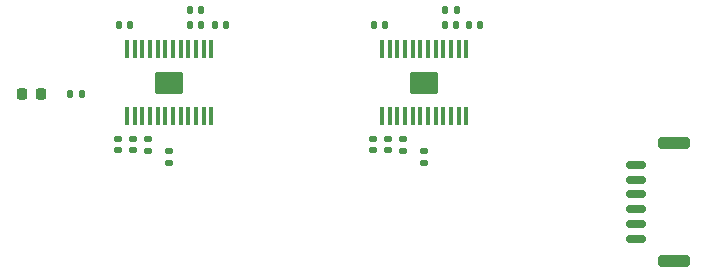
<source format=gbr>
%TF.GenerationSoftware,KiCad,Pcbnew,(7.0.0)*%
%TF.CreationDate,2023-03-01T19:42:45-06:00*%
%TF.ProjectId,TurretCtl,54757272-6574-4437-946c-2e6b69636164,rev?*%
%TF.SameCoordinates,Original*%
%TF.FileFunction,Paste,Top*%
%TF.FilePolarity,Positive*%
%FSLAX46Y46*%
G04 Gerber Fmt 4.6, Leading zero omitted, Abs format (unit mm)*
G04 Created by KiCad (PCBNEW (7.0.0)) date 2023-03-01 19:42:45*
%MOMM*%
%LPD*%
G01*
G04 APERTURE LIST*
G04 Aperture macros list*
%AMRoundRect*
0 Rectangle with rounded corners*
0 $1 Rounding radius*
0 $2 $3 $4 $5 $6 $7 $8 $9 X,Y pos of 4 corners*
0 Add a 4 corners polygon primitive as box body*
4,1,4,$2,$3,$4,$5,$6,$7,$8,$9,$2,$3,0*
0 Add four circle primitives for the rounded corners*
1,1,$1+$1,$2,$3*
1,1,$1+$1,$4,$5*
1,1,$1+$1,$6,$7*
1,1,$1+$1,$8,$9*
0 Add four rect primitives between the rounded corners*
20,1,$1+$1,$2,$3,$4,$5,0*
20,1,$1+$1,$4,$5,$6,$7,0*
20,1,$1+$1,$6,$7,$8,$9,0*
20,1,$1+$1,$8,$9,$2,$3,0*%
G04 Aperture macros list end*
%ADD10RoundRect,0.135000X0.185000X-0.135000X0.185000X0.135000X-0.185000X0.135000X-0.185000X-0.135000X0*%
%ADD11RoundRect,0.140000X-0.170000X0.140000X-0.170000X-0.140000X0.170000X-0.140000X0.170000X0.140000X0*%
%ADD12RoundRect,0.250001X-0.949999X0.714999X-0.949999X-0.714999X0.949999X-0.714999X0.949999X0.714999X0*%
%ADD13RoundRect,0.100000X-0.100000X0.687500X-0.100000X-0.687500X0.100000X-0.687500X0.100000X0.687500X0*%
%ADD14RoundRect,0.140000X-0.140000X-0.170000X0.140000X-0.170000X0.140000X0.170000X-0.140000X0.170000X0*%
%ADD15RoundRect,0.150000X0.700000X-0.150000X0.700000X0.150000X-0.700000X0.150000X-0.700000X-0.150000X0*%
%ADD16RoundRect,0.250000X1.100000X-0.250000X1.100000X0.250000X-1.100000X0.250000X-1.100000X-0.250000X0*%
%ADD17RoundRect,0.135000X-0.185000X0.135000X-0.185000X-0.135000X0.185000X-0.135000X0.185000X0.135000X0*%
%ADD18RoundRect,0.218750X0.218750X0.256250X-0.218750X0.256250X-0.218750X-0.256250X0.218750X-0.256250X0*%
%ADD19RoundRect,0.140000X0.140000X0.170000X-0.140000X0.170000X-0.140000X-0.170000X0.140000X-0.170000X0*%
%ADD20RoundRect,0.135000X-0.135000X-0.185000X0.135000X-0.185000X0.135000X0.185000X-0.135000X0.185000X0*%
G04 APERTURE END LIST*
D10*
%TO.C,R3*%
X119888000Y-92456000D03*
X119888000Y-91436000D03*
%TD*%
D11*
%TO.C,C13*%
X118618000Y-91468000D03*
X118618000Y-92428000D03*
%TD*%
D12*
%TO.C,U2*%
X100095000Y-86682500D03*
D13*
X103670000Y-83820000D03*
X103020000Y-83820000D03*
X102370000Y-83820000D03*
X101720000Y-83820000D03*
X101070000Y-83820000D03*
X100420000Y-83820000D03*
X99770000Y-83820000D03*
X99120000Y-83820000D03*
X98470000Y-83820000D03*
X97820000Y-83820000D03*
X97170000Y-83820000D03*
X96520000Y-83820000D03*
X96520000Y-89545000D03*
X97170000Y-89545000D03*
X97820000Y-89545000D03*
X98470000Y-89545000D03*
X99120000Y-89545000D03*
X99770000Y-89545000D03*
X100420000Y-89545000D03*
X101070000Y-89545000D03*
X101720000Y-89545000D03*
X102370000Y-89545000D03*
X103020000Y-89545000D03*
X103670000Y-89545000D03*
%TD*%
D14*
%TO.C,C6*%
X101854000Y-80518000D03*
X102814000Y-80518000D03*
%TD*%
D11*
%TO.C,C14*%
X117348000Y-91440000D03*
X117348000Y-92400000D03*
%TD*%
D10*
%TO.C,R2*%
X98298000Y-92460000D03*
X98298000Y-91440000D03*
%TD*%
D14*
%TO.C,C1*%
X125476000Y-81788000D03*
X126436000Y-81788000D03*
%TD*%
%TO.C,C3*%
X103942000Y-81788000D03*
X104902000Y-81788000D03*
%TD*%
%TO.C,C11*%
X123472000Y-80518000D03*
X124432000Y-80518000D03*
%TD*%
D15*
%TO.C,J1*%
X139628000Y-99899000D03*
X139628000Y-98649000D03*
X139628000Y-97399000D03*
X139628000Y-96149000D03*
X139628000Y-94899000D03*
X139628000Y-93649000D03*
D16*
X142828000Y-101749000D03*
X142828000Y-91799000D03*
%TD*%
D12*
%TO.C,U1*%
X121685000Y-86682500D03*
D13*
X125260000Y-83820000D03*
X124610000Y-83820000D03*
X123960000Y-83820000D03*
X123310000Y-83820000D03*
X122660000Y-83820000D03*
X122010000Y-83820000D03*
X121360000Y-83820000D03*
X120710000Y-83820000D03*
X120060000Y-83820000D03*
X119410000Y-83820000D03*
X118760000Y-83820000D03*
X118110000Y-83820000D03*
X118110000Y-89545000D03*
X118760000Y-89545000D03*
X119410000Y-89545000D03*
X120060000Y-89545000D03*
X120710000Y-89545000D03*
X121360000Y-89545000D03*
X122010000Y-89545000D03*
X122660000Y-89545000D03*
X123310000Y-89545000D03*
X123960000Y-89545000D03*
X124610000Y-89545000D03*
X125260000Y-89545000D03*
%TD*%
D17*
%TO.C,R4*%
X121666000Y-92454000D03*
X121666000Y-93474000D03*
%TD*%
D14*
%TO.C,C4*%
X101854000Y-81788000D03*
X102814000Y-81788000D03*
%TD*%
D18*
%TO.C,D1*%
X89205000Y-87630000D03*
X87630000Y-87630000D03*
%TD*%
D19*
%TO.C,C10*%
X118364000Y-81788000D03*
X117404000Y-81788000D03*
%TD*%
D11*
%TO.C,C8*%
X97028000Y-91440000D03*
X97028000Y-92400000D03*
%TD*%
D20*
%TO.C,R5*%
X91690000Y-87630000D03*
X92710000Y-87630000D03*
%TD*%
D17*
%TO.C,R1*%
X100076000Y-92456000D03*
X100076000Y-93476000D03*
%TD*%
D19*
%TO.C,C5*%
X96774000Y-81788000D03*
X95814000Y-81788000D03*
%TD*%
D14*
%TO.C,C2*%
X123444000Y-81788000D03*
X124404000Y-81788000D03*
%TD*%
D11*
%TO.C,C9*%
X95758000Y-91440000D03*
X95758000Y-92400000D03*
%TD*%
M02*

</source>
